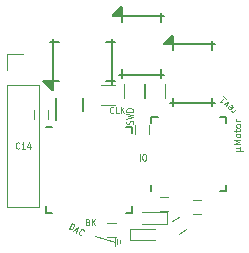
<source format=gbr>
G04 #@! TF.FileFunction,Legend,Top*
%FSLAX46Y46*%
G04 Gerber Fmt 4.6, Leading zero omitted, Abs format (unit mm)*
G04 Created by KiCad (PCBNEW 4.0.6) date Tue Feb  6 04:03:57 2018*
%MOMM*%
%LPD*%
G01*
G04 APERTURE LIST*
%ADD10C,0.100000*%
%ADD11C,0.120000*%
%ADD12C,0.150000*%
G04 APERTURE END LIST*
D10*
X169032143Y-91746428D02*
X169582143Y-91746428D01*
X169320238Y-91484523D02*
X169372619Y-91458332D01*
X169398810Y-91405951D01*
X169320238Y-91746428D02*
X169372619Y-91720237D01*
X169398810Y-91667856D01*
X169398810Y-91563094D01*
X169372619Y-91510713D01*
X169320238Y-91484523D01*
X169032143Y-91484523D01*
X169398810Y-91170238D02*
X168848810Y-91170238D01*
X169241667Y-90986904D01*
X168848810Y-90803571D01*
X169398810Y-90803571D01*
X169398810Y-90463095D02*
X169372619Y-90515476D01*
X169346429Y-90541667D01*
X169294048Y-90567857D01*
X169136905Y-90567857D01*
X169084524Y-90541667D01*
X169058333Y-90515476D01*
X169032143Y-90463095D01*
X169032143Y-90384524D01*
X169058333Y-90332143D01*
X169084524Y-90305952D01*
X169136905Y-90279762D01*
X169294048Y-90279762D01*
X169346429Y-90305952D01*
X169372619Y-90332143D01*
X169398810Y-90384524D01*
X169398810Y-90463095D01*
X169032143Y-90122619D02*
X169032143Y-89913095D01*
X168848810Y-90044048D02*
X169320238Y-90044048D01*
X169372619Y-90017857D01*
X169398810Y-89965476D01*
X169398810Y-89913095D01*
X169398810Y-89651190D02*
X169372619Y-89703571D01*
X169346429Y-89729762D01*
X169294048Y-89755952D01*
X169136905Y-89755952D01*
X169084524Y-89729762D01*
X169058333Y-89703571D01*
X169032143Y-89651190D01*
X169032143Y-89572619D01*
X169058333Y-89520238D01*
X169084524Y-89494047D01*
X169136905Y-89467857D01*
X169294048Y-89467857D01*
X169346429Y-89494047D01*
X169372619Y-89520238D01*
X169398810Y-89572619D01*
X169398810Y-89651190D01*
X169398810Y-89232143D02*
X169032143Y-89232143D01*
X169136905Y-89232143D02*
X169084524Y-89205952D01*
X169058333Y-89179762D01*
X169032143Y-89127381D01*
X169032143Y-89075000D01*
X169003740Y-88201870D02*
X168744468Y-88461142D01*
X168818545Y-88387065D02*
X168762987Y-88405584D01*
X168725948Y-88405584D01*
X168670390Y-88387065D01*
X168633351Y-88350026D01*
X168596312Y-87831481D02*
X168651870Y-87850000D01*
X168725948Y-87924078D01*
X168744468Y-87979637D01*
X168725948Y-88035195D01*
X168577792Y-88183351D01*
X168522234Y-88201870D01*
X168466676Y-88183351D01*
X168392598Y-88109273D01*
X168374078Y-88053715D01*
X168392597Y-87998156D01*
X168429636Y-87961117D01*
X168651870Y-88109273D01*
X168207403Y-87924078D02*
X168374078Y-87572207D01*
X168022208Y-87738883D01*
X167929610Y-87127740D02*
X168151844Y-87349974D01*
X168040727Y-87238857D02*
X167651819Y-87627766D01*
X167744416Y-87609246D01*
X167818494Y-87609246D01*
X167874052Y-87627766D01*
X160272619Y-89478571D02*
X160298810Y-89407142D01*
X160298810Y-89288095D01*
X160272619Y-89240476D01*
X160246429Y-89216666D01*
X160194048Y-89192857D01*
X160141667Y-89192857D01*
X160089286Y-89216666D01*
X160063095Y-89240476D01*
X160036905Y-89288095D01*
X160010714Y-89383333D01*
X159984524Y-89430952D01*
X159958333Y-89454761D01*
X159905952Y-89478571D01*
X159853571Y-89478571D01*
X159801190Y-89454761D01*
X159775000Y-89430952D01*
X159748810Y-89383333D01*
X159748810Y-89264285D01*
X159775000Y-89192857D01*
X159748810Y-89026190D02*
X160298810Y-88907143D01*
X159905952Y-88811905D01*
X160298810Y-88716667D01*
X159748810Y-88597619D01*
X160298810Y-88407142D02*
X159748810Y-88407142D01*
X159748810Y-88288095D01*
X159775000Y-88216666D01*
X159827381Y-88169047D01*
X159879762Y-88145238D01*
X159984524Y-88121428D01*
X160063095Y-88121428D01*
X160167857Y-88145238D01*
X160220238Y-88169047D01*
X160272619Y-88216666D01*
X160298810Y-88288095D01*
X160298810Y-88407142D01*
X160888096Y-92548810D02*
X160888096Y-91998810D01*
X161221429Y-91998810D02*
X161316667Y-91998810D01*
X161364286Y-92025000D01*
X161411905Y-92077381D01*
X161435714Y-92182143D01*
X161435714Y-92365476D01*
X161411905Y-92470238D01*
X161364286Y-92522619D01*
X161316667Y-92548810D01*
X161221429Y-92548810D01*
X161173810Y-92522619D01*
X161126191Y-92470238D01*
X161102381Y-92365476D01*
X161102381Y-92182143D01*
X161126191Y-92077381D01*
X161173810Y-92025000D01*
X161221429Y-91998810D01*
X158652381Y-88496429D02*
X158628571Y-88522619D01*
X158557143Y-88548810D01*
X158509524Y-88548810D01*
X158438095Y-88522619D01*
X158390476Y-88470238D01*
X158366667Y-88417857D01*
X158342857Y-88313095D01*
X158342857Y-88234524D01*
X158366667Y-88129762D01*
X158390476Y-88077381D01*
X158438095Y-88025000D01*
X158509524Y-87998810D01*
X158557143Y-87998810D01*
X158628571Y-88025000D01*
X158652381Y-88051190D01*
X159104762Y-88548810D02*
X158866667Y-88548810D01*
X158866667Y-87998810D01*
X159271429Y-88548810D02*
X159271429Y-87998810D01*
X159557143Y-88548810D02*
X159342857Y-88234524D01*
X159557143Y-87998810D02*
X159271429Y-88313095D01*
X156485714Y-97760714D02*
X156557143Y-97786905D01*
X156580952Y-97813095D01*
X156604762Y-97865476D01*
X156604762Y-97944048D01*
X156580952Y-97996429D01*
X156557143Y-98022619D01*
X156509524Y-98048810D01*
X156319048Y-98048810D01*
X156319048Y-97498810D01*
X156485714Y-97498810D01*
X156533333Y-97525000D01*
X156557143Y-97551190D01*
X156580952Y-97603571D01*
X156580952Y-97655952D01*
X156557143Y-97708333D01*
X156533333Y-97734524D01*
X156485714Y-97760714D01*
X156319048Y-97760714D01*
X156819048Y-98048810D02*
X156819048Y-97498810D01*
X157104762Y-98048810D02*
X156890476Y-97734524D01*
X157104762Y-97498810D02*
X156819048Y-97813095D01*
X154860105Y-98317857D02*
X155135105Y-97841543D01*
X155238202Y-97901067D01*
X155286967Y-97959463D01*
X155302015Y-98028635D01*
X155296444Y-98085903D01*
X155264683Y-98188535D01*
X155225398Y-98256579D01*
X155152397Y-98335401D01*
X155105587Y-98368859D01*
X155038157Y-98390413D01*
X154963202Y-98377381D01*
X154860105Y-98317857D01*
X155351069Y-98419862D02*
X155557265Y-98538910D01*
X155231258Y-98532143D02*
X155650596Y-98139162D01*
X155519933Y-98698809D01*
X155937897Y-98879637D02*
X155904182Y-98890413D01*
X155829228Y-98877381D01*
X155787989Y-98853571D01*
X155739225Y-98795175D01*
X155724176Y-98726002D01*
X155729747Y-98668734D01*
X155761508Y-98566103D01*
X155800794Y-98498058D01*
X155873795Y-98419237D01*
X155920604Y-98385778D01*
X155988034Y-98364224D01*
X156062989Y-98377257D01*
X156104228Y-98401067D01*
X156152991Y-98459462D01*
X156160516Y-98494048D01*
X150678572Y-91496429D02*
X150654762Y-91522619D01*
X150583334Y-91548810D01*
X150535715Y-91548810D01*
X150464286Y-91522619D01*
X150416667Y-91470238D01*
X150392858Y-91417857D01*
X150369048Y-91313095D01*
X150369048Y-91234524D01*
X150392858Y-91129762D01*
X150416667Y-91077381D01*
X150464286Y-91025000D01*
X150535715Y-90998810D01*
X150583334Y-90998810D01*
X150654762Y-91025000D01*
X150678572Y-91051190D01*
X151154762Y-91548810D02*
X150869048Y-91548810D01*
X151011905Y-91548810D02*
X151011905Y-90998810D01*
X150964286Y-91077381D01*
X150916667Y-91129762D01*
X150869048Y-91155952D01*
X151583333Y-91182143D02*
X151583333Y-91548810D01*
X151464286Y-90972619D02*
X151345238Y-91365476D01*
X151654762Y-91365476D01*
X157099000Y-98933000D02*
X158750000Y-99441000D01*
X159180000Y-99518208D02*
X159180000Y-99318208D01*
X158980000Y-99618208D02*
X158980000Y-99218208D01*
X158780000Y-99818208D02*
X158780000Y-99018208D01*
D11*
X149610000Y-86190000D02*
X149610000Y-96470000D01*
X149610000Y-96470000D02*
X152390000Y-96470000D01*
X152390000Y-96470000D02*
X152390000Y-86190000D01*
X152390000Y-86190000D02*
X149610000Y-86190000D01*
X149610000Y-84920000D02*
X149610000Y-83530000D01*
X149610000Y-83530000D02*
X151000000Y-83530000D01*
X160436000Y-90278000D02*
X160436000Y-89578000D01*
X161636000Y-89578000D02*
X161636000Y-90278000D01*
X165385000Y-95920000D02*
X166085000Y-95920000D01*
X166085000Y-97120000D02*
X165385000Y-97120000D01*
X162603000Y-95666000D02*
X163303000Y-95666000D01*
X163303000Y-96866000D02*
X162603000Y-96866000D01*
X151927000Y-88996000D02*
X151927000Y-88296000D01*
X153127000Y-88296000D02*
X153127000Y-88996000D01*
X158846000Y-99025000D02*
X158146000Y-99025000D01*
X158146000Y-97825000D02*
X158846000Y-97825000D01*
X163200000Y-97900000D02*
X163200000Y-96900000D01*
X163200000Y-96900000D02*
X161100000Y-96900000D01*
X163200000Y-97900000D02*
X161100000Y-97900000D01*
X160079000Y-98306000D02*
X160079000Y-99306000D01*
X160079000Y-99306000D02*
X162179000Y-99306000D01*
X160079000Y-98306000D02*
X162179000Y-98306000D01*
D12*
X156065000Y-88368000D02*
X156065000Y-87218000D01*
X153815000Y-89143000D02*
X153815000Y-87218000D01*
X161871000Y-88865000D02*
X162396000Y-88865000D01*
X168171000Y-95165000D02*
X167646000Y-95165000D01*
X168171000Y-88865000D02*
X167646000Y-88865000D01*
X161871000Y-95165000D02*
X161871000Y-94640000D01*
X168171000Y-95165000D02*
X168171000Y-94640000D01*
X168171000Y-88865000D02*
X168171000Y-89390000D01*
X161871000Y-88865000D02*
X161871000Y-89390000D01*
X160207250Y-89711250D02*
X160207250Y-90236250D01*
X152957250Y-96961250D02*
X152957250Y-96436250D01*
X160207250Y-96961250D02*
X160207250Y-96436250D01*
X152957250Y-89711250D02*
X153482250Y-89711250D01*
X152957250Y-96961250D02*
X153482250Y-96961250D01*
X160207250Y-96961250D02*
X159682250Y-96961250D01*
X160207250Y-89711250D02*
X159682250Y-89711250D01*
X163449000Y-82677000D02*
X163703000Y-82423000D01*
X163195000Y-82677000D02*
X163703000Y-82169000D01*
X162941000Y-82677000D02*
X163703000Y-81915000D01*
X163704000Y-87217000D02*
X163704000Y-87967000D01*
X162954000Y-82717000D02*
X167254000Y-82717000D01*
X167004000Y-82467000D02*
X167004000Y-83217000D01*
X163454000Y-87717000D02*
X167254000Y-87717000D01*
X167004000Y-87217000D02*
X167004000Y-87967000D01*
X163704000Y-81967000D02*
X163704000Y-83217000D01*
X159131000Y-80251500D02*
X159385000Y-79997500D01*
X158877000Y-80251500D02*
X159385000Y-79743500D01*
X158623000Y-80251500D02*
X159385000Y-79489500D01*
X159386000Y-84791500D02*
X159386000Y-85541500D01*
X158636000Y-80291500D02*
X162936000Y-80291500D01*
X162686000Y-80041500D02*
X162686000Y-80791500D01*
X159136000Y-85291500D02*
X162936000Y-85291500D01*
X162686000Y-84791500D02*
X162686000Y-85541500D01*
X159386000Y-79541500D02*
X159386000Y-80791500D01*
X153472000Y-86048000D02*
X153218000Y-85794000D01*
X153472000Y-86302000D02*
X152964000Y-85794000D01*
X153472000Y-86556000D02*
X152710000Y-85794000D01*
X158012000Y-85793000D02*
X158762000Y-85793000D01*
X153512000Y-86543000D02*
X153512000Y-82243000D01*
X153262000Y-82493000D02*
X154012000Y-82493000D01*
X158512000Y-86043000D02*
X158512000Y-82243000D01*
X158012000Y-82493000D02*
X158762000Y-82493000D01*
X152762000Y-85793000D02*
X154012000Y-85793000D01*
D11*
X159521000Y-87280000D02*
X159521000Y-86080000D01*
X161281000Y-86080000D02*
X161281000Y-87280000D01*
X161299000Y-87280000D02*
X161299000Y-86080000D01*
X163059000Y-86080000D02*
X163059000Y-87280000D01*
X157576000Y-86120000D02*
X158776000Y-86120000D01*
X158776000Y-87880000D02*
X157576000Y-87880000D01*
X164814109Y-98388615D02*
X164207891Y-98738615D01*
X163607891Y-97699385D02*
X164214109Y-97349385D01*
M02*

</source>
